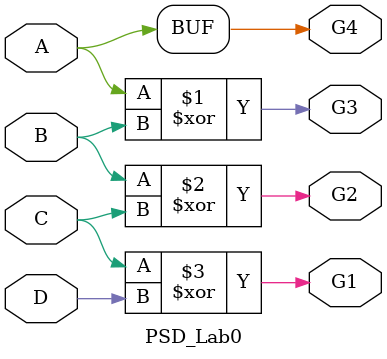
<source format=v>
`timescale 1ns / 1ps
module PSD_Lab0(
    input A,
    input B,
    input C,
    input D,
    output G1,
    output G2,
    output G3,
    output G4
    );
assign G4 = A;
assign G3 = A ^ B;
assign G2 = B ^ C;
assign G1 = C ^ D;

endmodule

</source>
